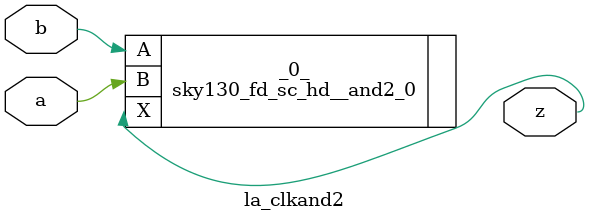
<source format=v>

/* Generated by Yosys 0.37 (git sha1 a5c7f69ed, clang 14.0.0-1ubuntu1.1 -fPIC -Os) */

module la_clkand2(a, b, z);
  input a;
  wire a;
  input b;
  wire b;
  output z;
  wire z;
  sky130_fd_sc_hd__and2_0 _0_ (
    .A(b),
    .B(a),
    .X(z)
  );
endmodule

</source>
